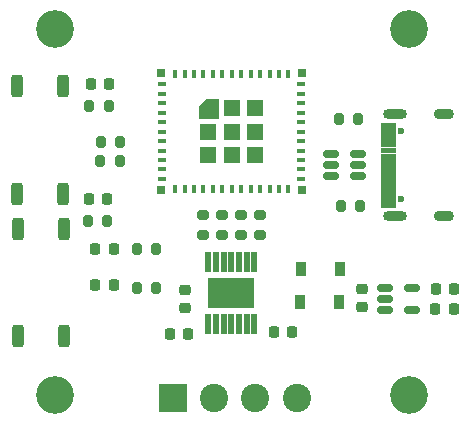
<source format=gbr>
%TF.GenerationSoftware,KiCad,Pcbnew,(6.0.6)*%
%TF.CreationDate,2023-03-25T21:06:23+13:00*%
%TF.ProjectId,remote_pcb,72656d6f-7465-45f7-9063-622e6b696361,rev?*%
%TF.SameCoordinates,Original*%
%TF.FileFunction,Soldermask,Top*%
%TF.FilePolarity,Negative*%
%FSLAX46Y46*%
G04 Gerber Fmt 4.6, Leading zero omitted, Abs format (unit mm)*
G04 Created by KiCad (PCBNEW (6.0.6)) date 2023-03-25 21:06:23*
%MOMM*%
%LPD*%
G01*
G04 APERTURE LIST*
G04 Aperture macros list*
%AMRoundRect*
0 Rectangle with rounded corners*
0 $1 Rounding radius*
0 $2 $3 $4 $5 $6 $7 $8 $9 X,Y pos of 4 corners*
0 Add a 4 corners polygon primitive as box body*
4,1,4,$2,$3,$4,$5,$6,$7,$8,$9,$2,$3,0*
0 Add four circle primitives for the rounded corners*
1,1,$1+$1,$2,$3*
1,1,$1+$1,$4,$5*
1,1,$1+$1,$6,$7*
1,1,$1+$1,$8,$9*
0 Add four rect primitives between the rounded corners*
20,1,$1+$1,$2,$3,$4,$5,0*
20,1,$1+$1,$4,$5,$6,$7,0*
20,1,$1+$1,$6,$7,$8,$9,0*
20,1,$1+$1,$8,$9,$2,$3,0*%
G04 Aperture macros list end*
%ADD10C,0.010000*%
%ADD11R,2.400000X2.400000*%
%ADD12C,2.400000*%
%ADD13RoundRect,0.250000X-0.250000X0.700000X-0.250000X-0.700000X0.250000X-0.700000X0.250000X0.700000X0*%
%ADD14RoundRect,0.200000X-0.200000X-0.275000X0.200000X-0.275000X0.200000X0.275000X-0.200000X0.275000X0*%
%ADD15RoundRect,0.150000X-0.512500X-0.150000X0.512500X-0.150000X0.512500X0.150000X-0.512500X0.150000X0*%
%ADD16R,0.800000X0.400000*%
%ADD17R,0.400000X0.800000*%
%ADD18R,1.450000X1.450000*%
%ADD19R,0.700000X0.700000*%
%ADD20RoundRect,0.225000X0.225000X0.250000X-0.225000X0.250000X-0.225000X-0.250000X0.225000X-0.250000X0*%
%ADD21RoundRect,0.218750X0.218750X0.256250X-0.218750X0.256250X-0.218750X-0.256250X0.218750X-0.256250X0*%
%ADD22RoundRect,0.225000X-0.250000X0.225000X-0.250000X-0.225000X0.250000X-0.225000X0.250000X0.225000X0*%
%ADD23RoundRect,0.200000X0.200000X0.275000X-0.200000X0.275000X-0.200000X-0.275000X0.200000X-0.275000X0*%
%ADD24R,0.914400X1.219200*%
%ADD25RoundRect,0.020500X-0.184500X0.819500X-0.184500X-0.819500X0.184500X-0.819500X0.184500X0.819500X0*%
%ADD26R,4.000000X2.650000*%
%ADD27C,0.600000*%
%ADD28O,2.000000X0.900000*%
%ADD29O,1.700000X0.900000*%
%ADD30C,3.200000*%
%ADD31RoundRect,0.225000X-0.225000X-0.250000X0.225000X-0.250000X0.225000X0.250000X-0.225000X0.250000X0*%
%ADD32RoundRect,0.200000X-0.275000X0.200000X-0.275000X-0.200000X0.275000X-0.200000X0.275000X0.200000X0*%
%ADD33RoundRect,0.225000X0.250000X-0.225000X0.250000X0.225000X-0.250000X0.225000X-0.250000X-0.225000X0*%
G04 APERTURE END LIST*
%TO.C,U1*%
G36*
X168850000Y-64550000D02*
G01*
X167200000Y-64550000D01*
X167200000Y-63560000D01*
X167860000Y-62900000D01*
X168850000Y-62900000D01*
X168850000Y-64550000D01*
G37*
D10*
X168850000Y-64550000D02*
X167200000Y-64550000D01*
X167200000Y-63560000D01*
X167860000Y-62900000D01*
X168850000Y-62900000D01*
X168850000Y-64550000D01*
%TO.C,J1*%
G36*
X183855400Y-66453800D02*
G01*
X182615400Y-66453800D01*
X182615400Y-65753800D01*
X183855400Y-65753800D01*
X183855400Y-66453800D01*
G37*
X183855400Y-66453800D02*
X182615400Y-66453800D01*
X182615400Y-65753800D01*
X183855400Y-65753800D01*
X183855400Y-66453800D01*
G36*
X183855400Y-68953800D02*
G01*
X182615400Y-68953800D01*
X182615400Y-68553800D01*
X183855400Y-68553800D01*
X183855400Y-68953800D01*
G37*
X183855400Y-68953800D02*
X182615400Y-68953800D01*
X182615400Y-68553800D01*
X183855400Y-68553800D01*
X183855400Y-68953800D01*
G36*
X183855400Y-72053800D02*
G01*
X182615400Y-72053800D01*
X182615400Y-71353800D01*
X183855400Y-71353800D01*
X183855400Y-72053800D01*
G37*
X183855400Y-72053800D02*
X182615400Y-72053800D01*
X182615400Y-71353800D01*
X183855400Y-71353800D01*
X183855400Y-72053800D01*
G36*
X183855400Y-67453800D02*
G01*
X182615400Y-67453800D01*
X182615400Y-67053800D01*
X183855400Y-67053800D01*
X183855400Y-67453800D01*
G37*
X183855400Y-67453800D02*
X182615400Y-67453800D01*
X182615400Y-67053800D01*
X183855400Y-67053800D01*
X183855400Y-67453800D01*
G36*
X183855400Y-68453800D02*
G01*
X182615400Y-68453800D01*
X182615400Y-68053800D01*
X183855400Y-68053800D01*
X183855400Y-68453800D01*
G37*
X183855400Y-68453800D02*
X182615400Y-68453800D01*
X182615400Y-68053800D01*
X183855400Y-68053800D01*
X183855400Y-68453800D01*
G36*
X183855400Y-69953800D02*
G01*
X182615400Y-69953800D01*
X182615400Y-69553800D01*
X183855400Y-69553800D01*
X183855400Y-69953800D01*
G37*
X183855400Y-69953800D02*
X182615400Y-69953800D01*
X182615400Y-69553800D01*
X183855400Y-69553800D01*
X183855400Y-69953800D01*
G36*
X183855400Y-70453800D02*
G01*
X182615400Y-70453800D01*
X182615400Y-70053800D01*
X183855400Y-70053800D01*
X183855400Y-70453800D01*
G37*
X183855400Y-70453800D02*
X182615400Y-70453800D01*
X182615400Y-70053800D01*
X183855400Y-70053800D01*
X183855400Y-70453800D01*
G36*
X183855400Y-69453800D02*
G01*
X182615400Y-69453800D01*
X182615400Y-69053800D01*
X183855400Y-69053800D01*
X183855400Y-69453800D01*
G37*
X183855400Y-69453800D02*
X182615400Y-69453800D01*
X182615400Y-69053800D01*
X183855400Y-69053800D01*
X183855400Y-69453800D01*
G36*
X183855400Y-67953800D02*
G01*
X182615400Y-67953800D01*
X182615400Y-67553800D01*
X183855400Y-67553800D01*
X183855400Y-67953800D01*
G37*
X183855400Y-67953800D02*
X182615400Y-67953800D01*
X182615400Y-67553800D01*
X183855400Y-67553800D01*
X183855400Y-67953800D01*
G36*
X183855400Y-71253800D02*
G01*
X182615400Y-71253800D01*
X182615400Y-70553800D01*
X183855400Y-70553800D01*
X183855400Y-71253800D01*
G37*
X183855400Y-71253800D02*
X182615400Y-71253800D01*
X182615400Y-70553800D01*
X183855400Y-70553800D01*
X183855400Y-71253800D01*
G36*
X183855400Y-65653800D02*
G01*
X182615400Y-65653800D01*
X182615400Y-64953800D01*
X183855400Y-64953800D01*
X183855400Y-65653800D01*
G37*
X183855400Y-65653800D02*
X182615400Y-65653800D01*
X182615400Y-64953800D01*
X183855400Y-64953800D01*
X183855400Y-65653800D01*
G36*
X183855400Y-66953800D02*
G01*
X182615400Y-66953800D01*
X182615400Y-66553800D01*
X183855400Y-66553800D01*
X183855400Y-66953800D01*
G37*
X183855400Y-66953800D02*
X182615400Y-66953800D01*
X182615400Y-66553800D01*
X183855400Y-66553800D01*
X183855400Y-66953800D01*
%TD*%
D11*
%TO.C,J2*%
X164998400Y-88214200D03*
D12*
X168498400Y-88214200D03*
X171998400Y-88214200D03*
X175498400Y-88214200D03*
%TD*%
D13*
%TO.C,U6*%
X155797800Y-73936000D03*
X155797800Y-83036000D03*
X151897800Y-83036000D03*
X151897800Y-73936000D03*
%TD*%
%TO.C,U5*%
X155727400Y-61842200D03*
X155727400Y-70942200D03*
X151827400Y-70942200D03*
X151827400Y-61842200D03*
%TD*%
D14*
%TO.C,R5*%
X157800000Y-73300000D03*
X159450000Y-73300000D03*
%TD*%
D15*
%TO.C,U2*%
X178415100Y-67579200D03*
X178415100Y-68529200D03*
X178415100Y-69479200D03*
X180690100Y-69479200D03*
X180690100Y-68529200D03*
X180690100Y-67579200D03*
%TD*%
D14*
%TO.C,R1*%
X161950000Y-78900000D03*
X163600000Y-78900000D03*
%TD*%
D16*
%TO.C,U1*%
X164100000Y-61700000D03*
X164100000Y-62500000D03*
X164100000Y-63300000D03*
X164100000Y-64100000D03*
X164100000Y-64900000D03*
X164100000Y-65700000D03*
X164100000Y-66500000D03*
X164100000Y-67300000D03*
X164100000Y-68100000D03*
X164100000Y-68900000D03*
X164100000Y-69700000D03*
D17*
X165200000Y-70600000D03*
X166000000Y-70600000D03*
X166800000Y-70600000D03*
X167600000Y-70600000D03*
X168400000Y-70600000D03*
X169200000Y-70600000D03*
X170000000Y-70600000D03*
X170800000Y-70600000D03*
X171600000Y-70600000D03*
X172400000Y-70600000D03*
X173200000Y-70600000D03*
X174000000Y-70600000D03*
X174800000Y-70600000D03*
D16*
X175900000Y-69700000D03*
X175900000Y-68900000D03*
X175900000Y-68100000D03*
X175900000Y-67300000D03*
X175900000Y-66500000D03*
X175900000Y-65700000D03*
X175900000Y-64900000D03*
X175900000Y-64100000D03*
X175900000Y-63300000D03*
X175900000Y-62500000D03*
X175900000Y-61700000D03*
D17*
X174800000Y-60800000D03*
X174000000Y-60800000D03*
X173200000Y-60800000D03*
X172400000Y-60800000D03*
X171600000Y-60800000D03*
X170800000Y-60800000D03*
X170000000Y-60800000D03*
X169200000Y-60800000D03*
X168400000Y-60800000D03*
X167600000Y-60800000D03*
X166800000Y-60800000D03*
X166000000Y-60800000D03*
X165200000Y-60800000D03*
D18*
X170000000Y-63725000D03*
X171975000Y-63725000D03*
X171975000Y-65700000D03*
X171975000Y-67675000D03*
X170000000Y-67675000D03*
X168025000Y-67675000D03*
X168025000Y-65700000D03*
X170000000Y-65700000D03*
D19*
X175950000Y-60750000D03*
X175950000Y-70650000D03*
X164050000Y-70650000D03*
X164050000Y-60750000D03*
%TD*%
D20*
%TO.C,C8*%
X166300000Y-82800000D03*
X164750000Y-82800000D03*
%TD*%
D21*
%TO.C,D4*%
X160037500Y-75600000D03*
X158462500Y-75600000D03*
%TD*%
D22*
%TO.C,C1*%
X181038300Y-79000000D03*
X181038300Y-80550000D03*
%TD*%
D20*
%TO.C,C7*%
X175100000Y-82700000D03*
X173550000Y-82700000D03*
%TD*%
D23*
%TO.C,R3*%
X180700000Y-64600000D03*
X179050000Y-64600000D03*
%TD*%
%TO.C,R2*%
X180900000Y-72000000D03*
X179250000Y-72000000D03*
%TD*%
D24*
%TO.C,D3*%
X175800000Y-80100000D03*
X179076600Y-80100000D03*
%TD*%
D14*
%TO.C,R6*%
X158875000Y-68200000D03*
X160525000Y-68200000D03*
%TD*%
D25*
%TO.C,U3*%
X171901400Y-76766400D03*
X171251400Y-76766400D03*
X170601400Y-76766400D03*
X169951400Y-76766400D03*
X169301400Y-76766400D03*
X168651400Y-76766400D03*
X168001400Y-76766400D03*
X168001400Y-81996400D03*
X168651400Y-81996400D03*
X169301400Y-81996400D03*
X169951400Y-81996400D03*
X170601400Y-81996400D03*
X171251400Y-81996400D03*
X171901400Y-81996400D03*
D26*
X169951400Y-79381400D03*
%TD*%
D27*
%TO.C,J1*%
X184305400Y-65613800D03*
X184305400Y-71393800D03*
D28*
X183815400Y-72828800D03*
X183815400Y-64178800D03*
D29*
X187985400Y-72828800D03*
X187985400Y-64178800D03*
%TD*%
D30*
%TO.C,H3*%
X185000000Y-88000000D03*
%TD*%
%TO.C,H4*%
X155000000Y-88000000D03*
%TD*%
D31*
%TO.C,C4*%
X158050000Y-61700000D03*
X159600000Y-61700000D03*
%TD*%
D20*
%TO.C,C5*%
X159450000Y-71400000D03*
X157900000Y-71400000D03*
%TD*%
D23*
%TO.C,R4*%
X159600000Y-63500000D03*
X157950000Y-63500000D03*
%TD*%
D21*
%TO.C,D2*%
X158425000Y-78700000D03*
X160000000Y-78700000D03*
%TD*%
D32*
%TO.C,R10*%
X169164000Y-72771000D03*
X169164000Y-74421000D03*
%TD*%
D31*
%TO.C,C3*%
X187288300Y-79050000D03*
X188838300Y-79050000D03*
%TD*%
D32*
%TO.C,R11*%
X172364400Y-72771000D03*
X172364400Y-74421000D03*
%TD*%
D24*
%TO.C,D1*%
X175861700Y-77300000D03*
X179138300Y-77300000D03*
%TD*%
D32*
%TO.C,R12*%
X167563800Y-72771000D03*
X167563800Y-74421000D03*
%TD*%
%TO.C,R9*%
X170764200Y-72771000D03*
X170764200Y-74421000D03*
%TD*%
D15*
%TO.C,U4*%
X183000800Y-78900000D03*
X183000800Y-79850000D03*
X183000800Y-80800000D03*
X185275800Y-80800000D03*
X185275800Y-78900000D03*
%TD*%
D30*
%TO.C,H1*%
X155000000Y-57000000D03*
%TD*%
D23*
%TO.C,R7*%
X160550000Y-66600000D03*
X158900000Y-66600000D03*
%TD*%
D31*
%TO.C,C2*%
X187238300Y-80750000D03*
X188788300Y-80750000D03*
%TD*%
D33*
%TO.C,C6*%
X166000000Y-80650000D03*
X166000000Y-79100000D03*
%TD*%
D30*
%TO.C,H2*%
X185000000Y-57000000D03*
%TD*%
D14*
%TO.C,R8*%
X161950000Y-75600000D03*
X163600000Y-75600000D03*
%TD*%
M02*

</source>
